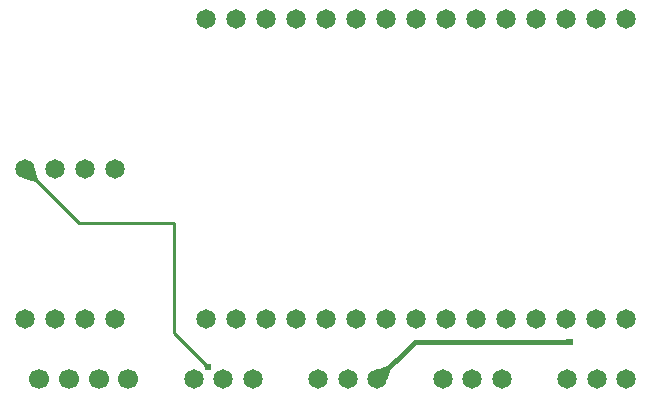
<source format=gbl>
G04 Layer: BottomLayer*
G04 EasyEDA Pro v2.0.30.0bf95a9f.56a808, 2023-06-11 15:17:04*
G04 Gerber Generator version 0.3*
G04 Scale: 100 percent, Rotated: No, Reflected: No*
G04 Dimensions in millimeters*
G04 Leading zeros omitted, absolute positions, 3 integers and 3 decimals*
%FSLAX33Y33*%
%MOMM*%
%ADD10C,1.65*%
%ADD11C,1.7*%
%ADD12C,1.651*%
%ADD13C,0.61*%
%ADD14C,0.406*%
%ADD15C,0.254*%
G75*


G04 Tear Start*
G36*
G01X38756Y8711D02*
G01X39068Y9611D01*
G01X38781Y9898D01*
G01X37881Y9586D01*
G01X38756Y8711D01*
G37*
G36*
G01X8076Y25719D02*
G01X9031Y25461D01*
G01X9210Y25640D01*
G01X8952Y26595D01*
G01X8076Y25719D01*
G37*
G36*
G01X54027Y12167D02*
G01X53710Y12141D01*
G01Y11735D01*
G01X54027Y11709D01*
G01Y12167D01*
G37*
G36*
G01X23641Y10083D02*
G01X23345Y10235D01*
G01X23166Y10056D01*
G01X23318Y9760D01*
G01X23641Y10083D01*
G37*
G04 Tear End*

G04 Pad Start*
G54D10*
G01X48474Y8763D03*
G01X45974Y8763D03*
G01X43474Y8763D03*
G01X59015Y8763D03*
G01X56515Y8763D03*
G01X54015Y8763D03*
G54D11*
G01X16831Y8763D03*
G01X14331Y8763D03*
G01X11831Y8763D03*
G01X9331Y8763D03*
G54D10*
G01X37933Y8763D03*
G01X35433Y8763D03*
G01X32933Y8763D03*
G01X27392Y8763D03*
G01X24892Y8763D03*
G01X22392Y8763D03*
G54D12*
G01X59014Y13843D03*
G01X56474Y13843D03*
G01X53934Y13843D03*
G01X51394Y13843D03*
G01X48854Y13843D03*
G01X46314Y13843D03*
G01X43774Y13843D03*
G01X41234Y13843D03*
G01X38694Y13843D03*
G01X36154Y13843D03*
G01X33614Y13843D03*
G01X31074Y13843D03*
G01X28534Y13843D03*
G01X25994Y13843D03*
G01X23454Y13843D03*
G01X59014Y39243D03*
G01X56474Y39243D03*
G01X53934Y39243D03*
G01X51394Y39243D03*
G01X48854Y39243D03*
G01X46314Y39243D03*
G01X43774Y39243D03*
G01X41234Y39243D03*
G01X38694Y39243D03*
G01X36154Y39243D03*
G01X33614Y39243D03*
G01X31074Y39243D03*
G01X28534Y39243D03*
G01X25994Y39243D03*
G01X23454Y39243D03*
G01X15748Y13843D03*
G01X13208Y13843D03*
G01X10668Y13843D03*
G01X8128Y13843D03*
G01X15748Y26543D03*
G01X13208Y26543D03*
G01X10668Y26543D03*
G01X8128Y26543D03*
G04 Pad End*

G04 Via Start*
G54D13*
G01X54229Y11938D03*
G01X23622Y9779D03*
G04 Via End*

G04 Track Start*
G54D14*
G01X54229Y11938D02*
G01X41108Y11938D01*
G01X37933Y8763D01*
G54D15*
G01X23622Y9779D02*
G01X20701Y12700D01*
G01Y21971D01*
G01X12700D01*
G01X8128Y26543D01*
G04 Track End*

M02*

</source>
